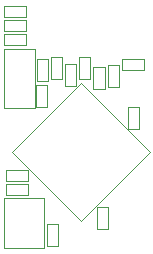
<source format=gbr>
G04 #@! TF.GenerationSoftware,KiCad,Pcbnew,(5.99.0-11424-g2f41dd4074)*
G04 #@! TF.CreationDate,2021-09-18T21:26:06+03:00*
G04 #@! TF.ProjectId,goldfish,676f6c64-6669-4736-982e-6b696361645f,C*
G04 #@! TF.SameCoordinates,Original*
G04 #@! TF.FileFunction,Other,User*
%FSLAX46Y46*%
G04 Gerber Fmt 4.6, Leading zero omitted, Abs format (unit mm)*
G04 Created by KiCad (PCBNEW (5.99.0-11424-g2f41dd4074)) date 2021-09-18 21:26:06*
%MOMM*%
%LPD*%
G01*
G04 APERTURE LIST*
%ADD10C,0.050000*%
G04 APERTURE END LIST*
D10*
X30700000Y-39173440D02*
X24873440Y-45000000D01*
X30700000Y-50826560D02*
X36526560Y-45000000D01*
X36526560Y-45000000D02*
X30700000Y-39173440D01*
X24873440Y-45000000D02*
X30700000Y-50826560D01*
X24370000Y-47730000D02*
X26230000Y-47730000D01*
X24370000Y-48670000D02*
X24370000Y-47730000D01*
X26230000Y-48670000D02*
X24370000Y-48670000D01*
X26230000Y-47730000D02*
X26230000Y-48670000D01*
X28770000Y-52930000D02*
X27830000Y-52930000D01*
X27830000Y-51070000D02*
X28770000Y-51070000D01*
X28770000Y-51070000D02*
X28770000Y-52930000D01*
X27830000Y-52930000D02*
X27830000Y-51070000D01*
X24200000Y-53100000D02*
X27600000Y-53100000D01*
X27600000Y-48900000D02*
X24200000Y-48900000D01*
X24200000Y-48900000D02*
X24200000Y-53100000D01*
X27600000Y-53100000D02*
X27600000Y-48900000D01*
X29120000Y-36920000D02*
X29120000Y-38780000D01*
X29120000Y-38780000D02*
X28180000Y-38780000D01*
X28180000Y-38780000D02*
X28180000Y-36920000D01*
X28180000Y-36920000D02*
X29120000Y-36920000D01*
X29380000Y-37570000D02*
X30320000Y-37570000D01*
X30320000Y-37570000D02*
X30320000Y-39430000D01*
X30320000Y-39430000D02*
X29380000Y-39430000D01*
X29380000Y-39430000D02*
X29380000Y-37570000D01*
X26080000Y-35970000D02*
X24220000Y-35970000D01*
X24220000Y-35970000D02*
X24220000Y-35030000D01*
X26080000Y-35030000D02*
X26080000Y-35970000D01*
X24220000Y-35030000D02*
X26080000Y-35030000D01*
X26980000Y-37170000D02*
X27920000Y-37170000D01*
X27920000Y-39030000D02*
X26980000Y-39030000D01*
X27920000Y-37170000D02*
X27920000Y-39030000D01*
X26980000Y-39030000D02*
X26980000Y-37170000D01*
X32720000Y-37820000D02*
X32720000Y-39680000D01*
X32720000Y-39680000D02*
X31780000Y-39680000D01*
X31780000Y-39680000D02*
X31780000Y-37820000D01*
X31780000Y-37820000D02*
X32720000Y-37820000D01*
X24200000Y-41250000D02*
X24200000Y-36250000D01*
X24200000Y-36250000D02*
X26800000Y-36250000D01*
X26800000Y-36250000D02*
X26800000Y-41250000D01*
X26800000Y-41250000D02*
X24200000Y-41250000D01*
X27870000Y-41230000D02*
X26930000Y-41230000D01*
X27870000Y-39370000D02*
X27870000Y-41230000D01*
X26930000Y-41230000D02*
X26930000Y-39370000D01*
X26930000Y-39370000D02*
X27870000Y-39370000D01*
X34170000Y-38070000D02*
X34170000Y-37130000D01*
X36030000Y-38070000D02*
X34170000Y-38070000D01*
X36030000Y-37130000D02*
X36030000Y-38070000D01*
X34170000Y-37130000D02*
X36030000Y-37130000D01*
X26080000Y-32630000D02*
X26080000Y-33570000D01*
X24220000Y-33570000D02*
X24220000Y-32630000D01*
X24220000Y-32630000D02*
X26080000Y-32630000D01*
X26080000Y-33570000D02*
X24220000Y-33570000D01*
X26080000Y-34770000D02*
X24220000Y-34770000D01*
X24220000Y-34770000D02*
X24220000Y-33830000D01*
X26080000Y-33830000D02*
X26080000Y-34770000D01*
X24220000Y-33830000D02*
X26080000Y-33830000D01*
X30580000Y-36970000D02*
X31520000Y-36970000D01*
X31520000Y-38830000D02*
X30580000Y-38830000D01*
X30580000Y-38830000D02*
X30580000Y-36970000D01*
X31520000Y-36970000D02*
X31520000Y-38830000D01*
X35670000Y-41170000D02*
X35670000Y-43030000D01*
X34730000Y-41170000D02*
X35670000Y-41170000D01*
X34730000Y-43030000D02*
X34730000Y-41170000D01*
X35670000Y-43030000D02*
X34730000Y-43030000D01*
X32080000Y-51480000D02*
X32080000Y-49620000D01*
X33020000Y-51480000D02*
X32080000Y-51480000D01*
X32080000Y-49620000D02*
X33020000Y-49620000D01*
X33020000Y-49620000D02*
X33020000Y-51480000D01*
X26230000Y-46530000D02*
X26230000Y-47470000D01*
X24370000Y-46530000D02*
X26230000Y-46530000D01*
X26230000Y-47470000D02*
X24370000Y-47470000D01*
X24370000Y-47470000D02*
X24370000Y-46530000D01*
X32980000Y-37620000D02*
X33920000Y-37620000D01*
X33920000Y-37620000D02*
X33920000Y-39480000D01*
X32980000Y-39480000D02*
X32980000Y-37620000D01*
X33920000Y-39480000D02*
X32980000Y-39480000D01*
M02*

</source>
